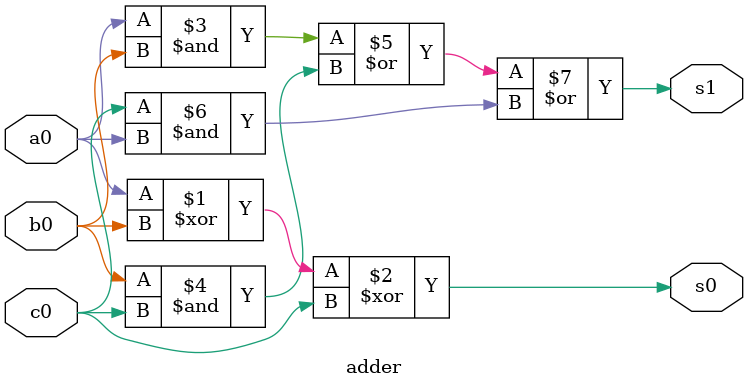
<source format=v>
module adder (a0, b0, c0, s0, s1);

input a0, b0, c0;
output s0, s1;

assign s0 = a0 ^ b0 ^ c0 ;
assign s1 = (a0 & b0) | (b0 & c0) | (c0 & a0);

endmodule


</source>
